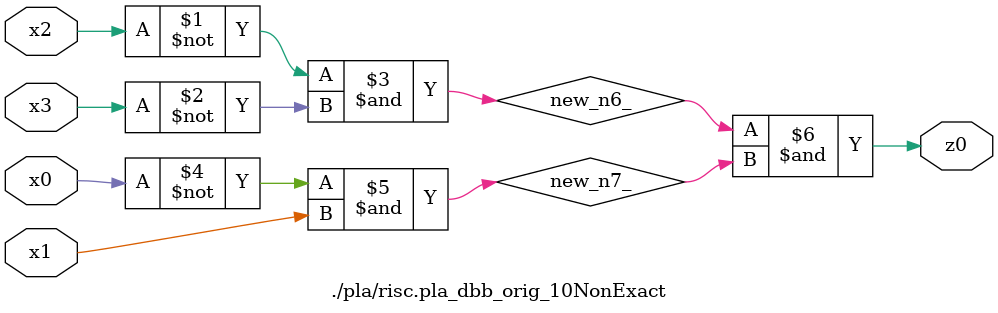
<source format=v>

module \./pla/risc.pla_dbb_orig_10NonExact  ( 
    x0, x1, x2, x3,
    z0  );
  input  x0, x1, x2, x3;
  output z0;
  wire new_n6_, new_n7_;
  assign new_n6_ = ~x2 & ~x3;
  assign new_n7_ = ~x0 & x1;
  assign z0 = new_n6_ & new_n7_;
endmodule



</source>
